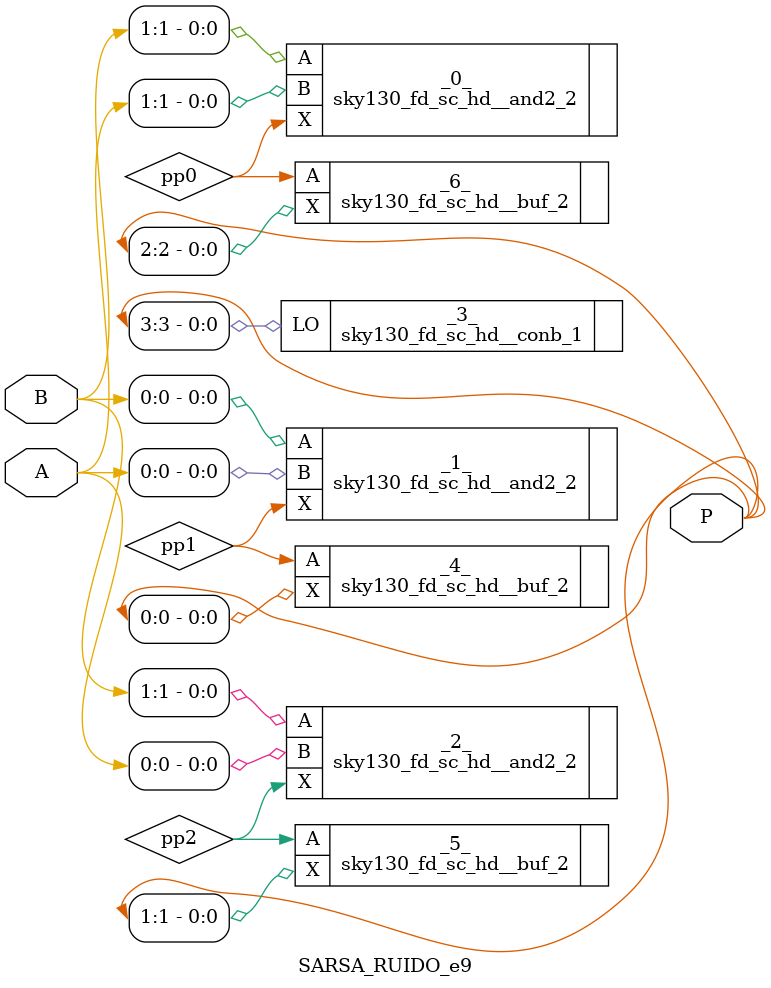
<source format=v>
module SARSA_RUIDO_e9 (A,
    B,
    P);
 input [1:0] A;
 input [1:0] B;
 output [3:0] P;

 wire pp0;
 wire pp1;
 wire pp2;

 sky130_fd_sc_hd__and2_2 _0_ (.A(B[1]),
    .B(A[1]),
    .X(pp0));
 sky130_fd_sc_hd__and2_2 _1_ (.A(B[0]),
    .B(A[0]),
    .X(pp1));
 sky130_fd_sc_hd__and2_2 _2_ (.A(B[1]),
    .B(A[0]),
    .X(pp2));
 sky130_fd_sc_hd__conb_1 _3_ (.LO(P[3]));
 sky130_fd_sc_hd__buf_2 _4_ (.A(pp1),
    .X(P[0]));
 sky130_fd_sc_hd__buf_2 _5_ (.A(pp2),
    .X(P[1]));
 sky130_fd_sc_hd__buf_2 _6_ (.A(pp0),
    .X(P[2]));
 sky130_fd_sc_hd__decap_3 PHY_EDGE_ROW_0_Right_0 ();
 sky130_fd_sc_hd__decap_3 PHY_EDGE_ROW_1_Right_1 ();
 sky130_fd_sc_hd__decap_3 PHY_EDGE_ROW_2_Right_2 ();
 sky130_fd_sc_hd__decap_3 PHY_EDGE_ROW_3_Right_3 ();
 sky130_fd_sc_hd__decap_3 PHY_EDGE_ROW_4_Right_4 ();
 sky130_fd_sc_hd__decap_3 PHY_EDGE_ROW_5_Right_5 ();
 sky130_fd_sc_hd__decap_3 PHY_EDGE_ROW_6_Right_6 ();
 sky130_fd_sc_hd__decap_3 PHY_EDGE_ROW_7_Right_7 ();
 sky130_fd_sc_hd__decap_3 PHY_EDGE_ROW_8_Right_8 ();
 sky130_fd_sc_hd__decap_3 PHY_EDGE_ROW_9_Right_9 ();
 sky130_fd_sc_hd__decap_3 PHY_EDGE_ROW_0_Left_10 ();
 sky130_fd_sc_hd__decap_3 PHY_EDGE_ROW_1_Left_11 ();
 sky130_fd_sc_hd__decap_3 PHY_EDGE_ROW_2_Left_12 ();
 sky130_fd_sc_hd__decap_3 PHY_EDGE_ROW_3_Left_13 ();
 sky130_fd_sc_hd__decap_3 PHY_EDGE_ROW_4_Left_14 ();
 sky130_fd_sc_hd__decap_3 PHY_EDGE_ROW_5_Left_15 ();
 sky130_fd_sc_hd__decap_3 PHY_EDGE_ROW_6_Left_16 ();
 sky130_fd_sc_hd__decap_3 PHY_EDGE_ROW_7_Left_17 ();
 sky130_fd_sc_hd__decap_3 PHY_EDGE_ROW_8_Left_18 ();
 sky130_fd_sc_hd__decap_3 PHY_EDGE_ROW_9_Left_19 ();
 sky130_fd_sc_hd__tapvpwrvgnd_1 TAP_TAPCELL_ROW_0_20 ();
 sky130_fd_sc_hd__tapvpwrvgnd_1 TAP_TAPCELL_ROW_0_21 ();
 sky130_fd_sc_hd__tapvpwrvgnd_1 TAP_TAPCELL_ROW_1_22 ();
 sky130_fd_sc_hd__tapvpwrvgnd_1 TAP_TAPCELL_ROW_2_23 ();
 sky130_fd_sc_hd__tapvpwrvgnd_1 TAP_TAPCELL_ROW_3_24 ();
 sky130_fd_sc_hd__tapvpwrvgnd_1 TAP_TAPCELL_ROW_4_25 ();
 sky130_fd_sc_hd__tapvpwrvgnd_1 TAP_TAPCELL_ROW_5_26 ();
 sky130_fd_sc_hd__tapvpwrvgnd_1 TAP_TAPCELL_ROW_6_27 ();
 sky130_fd_sc_hd__tapvpwrvgnd_1 TAP_TAPCELL_ROW_7_28 ();
 sky130_fd_sc_hd__tapvpwrvgnd_1 TAP_TAPCELL_ROW_8_29 ();
 sky130_fd_sc_hd__tapvpwrvgnd_1 TAP_TAPCELL_ROW_9_30 ();
 sky130_fd_sc_hd__tapvpwrvgnd_1 TAP_TAPCELL_ROW_9_31 ();
endmodule

</source>
